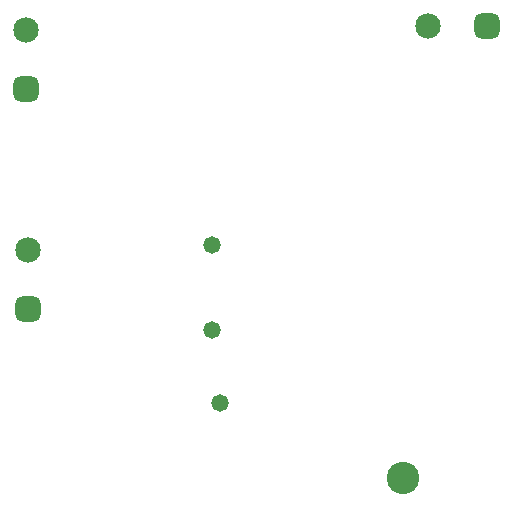
<source format=gbs>
G04*
G04 #@! TF.GenerationSoftware,Altium Limited,Altium Designer,24.9.1 (31)*
G04*
G04 Layer_Color=16711935*
%FSLAX44Y44*%
%MOMM*%
G71*
G04*
G04 #@! TF.SameCoordinates,064BEE1E-2FB1-430C-AF41-A2A5F34B4FD9*
G04*
G04*
G04 #@! TF.FilePolarity,Negative*
G04*
G01*
G75*
%ADD40C,2.1532*%
G04:AMPARAMS|DCode=41|XSize=2.1532mm|YSize=2.1532mm|CornerRadius=0.5891mm|HoleSize=0mm|Usage=FLASHONLY|Rotation=180.000|XOffset=0mm|YOffset=0mm|HoleType=Round|Shape=RoundedRectangle|*
%AMROUNDEDRECTD41*
21,1,2.1532,0.9750,0,0,180.0*
21,1,0.9750,2.1532,0,0,180.0*
1,1,1.1782,-0.4875,0.4875*
1,1,1.1782,0.4875,0.4875*
1,1,1.1782,0.4875,-0.4875*
1,1,1.1782,-0.4875,-0.4875*
%
%ADD41ROUNDEDRECTD41*%
G04:AMPARAMS|DCode=42|XSize=2.1532mm|YSize=2.1532mm|CornerRadius=0.5891mm|HoleSize=0mm|Usage=FLASHONLY|Rotation=90.000|XOffset=0mm|YOffset=0mm|HoleType=Round|Shape=RoundedRectangle|*
%AMROUNDEDRECTD42*
21,1,2.1532,0.9750,0,0,90.0*
21,1,0.9750,2.1532,0,0,90.0*
1,1,1.1782,0.4875,0.4875*
1,1,1.1782,0.4875,-0.4875*
1,1,1.1782,-0.4875,-0.4875*
1,1,1.1782,-0.4875,0.4875*
%
%ADD42ROUNDEDRECTD42*%
%ADD43C,1.4732*%
%ADD44C,2.7432*%
D40*
X386880Y450850D02*
D03*
X46990Y447510D02*
D03*
X48300Y261220D02*
D03*
D41*
X436880Y450850D02*
D03*
D42*
X46990Y397510D02*
D03*
X48300Y211220D02*
D03*
D43*
X210820Y132080D02*
D03*
X204470Y193340D02*
D03*
Y265430D02*
D03*
D44*
X365760Y68580D02*
D03*
M02*

</source>
